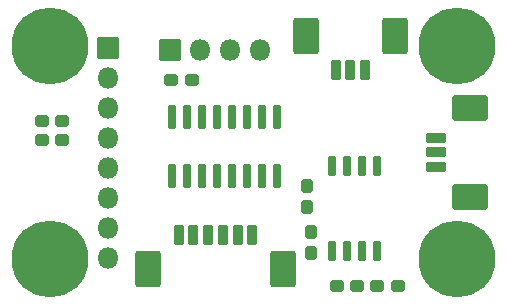
<source format=gbr>
%TF.GenerationSoftware,KiCad,Pcbnew,6.0.11+dfsg-1~bpo11+1*%
%TF.CreationDate,2023-04-29T04:06:51+00:00*%
%TF.ProjectId,slcam,736c6361-6d2e-46b6-9963-61645f706362,v0.2*%
%TF.SameCoordinates,Original*%
%TF.FileFunction,Soldermask,Top*%
%TF.FilePolarity,Negative*%
%FSLAX46Y46*%
G04 Gerber Fmt 4.6, Leading zero omitted, Abs format (unit mm)*
G04 Created by KiCad (PCBNEW 6.0.11+dfsg-1~bpo11+1) date 2023-04-29 04:06:51*
%MOMM*%
%LPD*%
G01*
G04 APERTURE LIST*
G04 Aperture macros list*
%AMRoundRect*
0 Rectangle with rounded corners*
0 $1 Rounding radius*
0 $2 $3 $4 $5 $6 $7 $8 $9 X,Y pos of 4 corners*
0 Add a 4 corners polygon primitive as box body*
4,1,4,$2,$3,$4,$5,$6,$7,$8,$9,$2,$3,0*
0 Add four circle primitives for the rounded corners*
1,1,$1+$1,$2,$3*
1,1,$1+$1,$4,$5*
1,1,$1+$1,$6,$7*
1,1,$1+$1,$8,$9*
0 Add four rect primitives between the rounded corners*
20,1,$1+$1,$2,$3,$4,$5,0*
20,1,$1+$1,$4,$5,$6,$7,0*
20,1,$1+$1,$6,$7,$8,$9,0*
20,1,$1+$1,$8,$9,$2,$3,0*%
G04 Aperture macros list end*
%ADD10RoundRect,0.051000X-0.850000X-0.850000X0.850000X-0.850000X0.850000X0.850000X-0.850000X0.850000X0*%
%ADD11O,1.802000X1.802000*%
%ADD12RoundRect,0.201000X0.150000X-0.650000X0.150000X0.650000X-0.150000X0.650000X-0.150000X-0.650000X0*%
%ADD13RoundRect,0.201000X-0.150000X0.825000X-0.150000X-0.825000X0.150000X-0.825000X0.150000X0.825000X0*%
%ADD14RoundRect,0.051000X0.850000X-0.850000X0.850000X0.850000X-0.850000X0.850000X-0.850000X-0.850000X0*%
%ADD15C,6.502000*%
%ADD16RoundRect,0.288500X-0.237500X0.287500X-0.237500X-0.287500X0.237500X-0.287500X0.237500X0.287500X0*%
%ADD17RoundRect,0.288500X0.287500X0.237500X-0.287500X0.237500X-0.287500X-0.237500X0.287500X-0.237500X0*%
%ADD18RoundRect,0.251000X-0.200000X-0.600000X0.200000X-0.600000X0.200000X0.600000X-0.200000X0.600000X0*%
%ADD19RoundRect,0.301001X-0.799999X-1.249999X0.799999X-1.249999X0.799999X1.249999X-0.799999X1.249999X0*%
%ADD20RoundRect,0.251000X0.600000X-0.200000X0.600000X0.200000X-0.600000X0.200000X-0.600000X-0.200000X0*%
%ADD21RoundRect,0.301001X1.249999X-0.799999X1.249999X0.799999X-1.249999X0.799999X-1.249999X-0.799999X0*%
%ADD22RoundRect,0.288500X-0.287500X-0.237500X0.287500X-0.237500X0.287500X0.237500X-0.287500X0.237500X0*%
%ADD23RoundRect,0.251000X0.200000X0.600000X-0.200000X0.600000X-0.200000X-0.600000X0.200000X-0.600000X0*%
%ADD24RoundRect,0.301001X0.799999X1.249999X-0.799999X1.249999X-0.799999X-1.249999X0.799999X-1.249999X0*%
G04 APERTURE END LIST*
D10*
%TO.C,J2*%
X205790000Y-53620000D03*
D11*
X205790000Y-56160000D03*
X205790000Y-58700000D03*
X205790000Y-61240000D03*
X205790000Y-63780000D03*
X205790000Y-66320000D03*
X205790000Y-68860000D03*
X205790000Y-71400000D03*
%TD*%
D12*
%TO.C,U2*%
X224790000Y-70866000D03*
X226060000Y-70866000D03*
X227330000Y-70866000D03*
X228600000Y-70866000D03*
X228600000Y-63666000D03*
X227330000Y-63666000D03*
X226060000Y-63666000D03*
X224790000Y-63666000D03*
%TD*%
D13*
%TO.C,U4*%
X220091000Y-59501000D03*
X218821000Y-59501000D03*
X217551000Y-59501000D03*
X216281000Y-59501000D03*
X215011000Y-59501000D03*
X213741000Y-59501000D03*
X212471000Y-59501000D03*
X211201000Y-59501000D03*
X211201000Y-64451000D03*
X212471000Y-64451000D03*
X213741000Y-64451000D03*
X215011000Y-64451000D03*
X216281000Y-64451000D03*
X217551000Y-64451000D03*
X218821000Y-64451000D03*
X220091000Y-64451000D03*
%TD*%
D14*
%TO.C,J3*%
X211074000Y-53848000D03*
D11*
X213614000Y-53848000D03*
X216154000Y-53848000D03*
X218694000Y-53848000D03*
%TD*%
D15*
%TO.C,H1*%
X200914000Y-53440000D03*
%TD*%
%TO.C,H2*%
X200914000Y-71530000D03*
%TD*%
%TO.C,H3*%
X235360000Y-71530000D03*
%TD*%
%TO.C,H4*%
X235360000Y-53440000D03*
%TD*%
D16*
%TO.C,C1*%
X222961200Y-69240400D03*
X222961200Y-70990400D03*
%TD*%
D17*
%TO.C,D1*%
X201930000Y-61468000D03*
X200180000Y-61468000D03*
%TD*%
D18*
%TO.C,J1*%
X211759000Y-69482000D03*
X213009000Y-69482000D03*
X214259000Y-69482000D03*
X215509000Y-69482000D03*
X216759000Y-69482000D03*
X218009000Y-69482000D03*
D19*
X209209000Y-72382000D03*
X220559000Y-72382000D03*
%TD*%
D20*
%TO.C,J4*%
X233566000Y-63734000D03*
X233566000Y-62484000D03*
X233566000Y-61234000D03*
D21*
X236466000Y-58684000D03*
X236466000Y-66284000D03*
%TD*%
D16*
%TO.C,R1*%
X222656400Y-65356800D03*
X222656400Y-67106800D03*
%TD*%
D17*
%TO.C,R2*%
X201930000Y-59791600D03*
X200180000Y-59791600D03*
%TD*%
D22*
%TO.C,R3*%
X225134200Y-73812400D03*
X226884200Y-73812400D03*
%TD*%
D23*
%TO.C,J5*%
X227564000Y-55486000D03*
X226314000Y-55486000D03*
X225064000Y-55486000D03*
D24*
X230114000Y-52586000D03*
X222514000Y-52586000D03*
%TD*%
D22*
%TO.C,C2*%
X211113400Y-56388000D03*
X212863400Y-56388000D03*
%TD*%
%TO.C,D2*%
X228549200Y-73812400D03*
X230299200Y-73812400D03*
%TD*%
M02*

</source>
